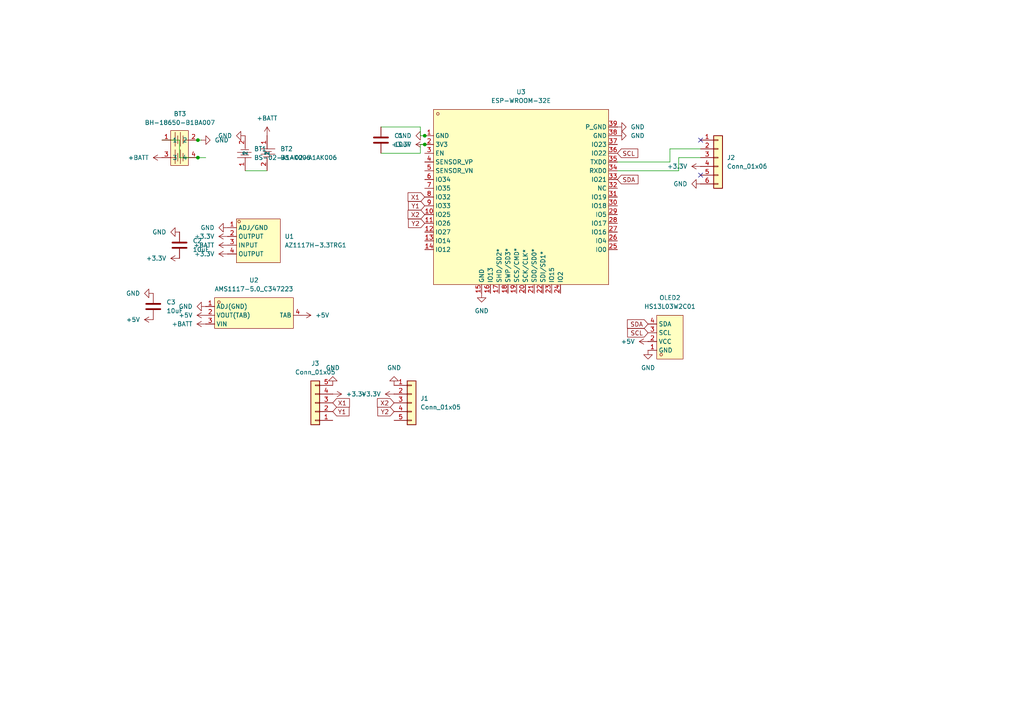
<source format=kicad_sch>
(kicad_sch (version 20231120) (generator "eeschema") (generator_version "8.0")
  (paper "A4")
  (lib_symbols
    (symbol "Connector_Generic:Conn_01x05" (pin_names (offset 1.016) hide)
      (property "Reference" "J" (at 0 7.62 0))
      (property "Value" "Conn_01x05" (at 0 -7.62 0))
      (symbol "Conn_01x05_1_1"
        (rectangle (start -1.27 -4.953) (end 0 -5.207) (stroke (width 0.1524)))
        (rectangle (start -1.27 -2.413) (end 0 -2.667) (stroke (width 0.1524)))
        (rectangle (start -1.27 0.127) (end 0 -0.127) (stroke (width 0.1524)))
        (rectangle (start -1.27 2.667) (end 0 2.413) (stroke (width 0.1524)))
        (rectangle (start -1.27 5.207) (end 0 4.953) (stroke (width 0.1524)))
        (rectangle (start -1.27 6.35) (end 1.27 -6.35) (stroke (width 0.254)) (fill (type background)))
        (pin passive line (at -5.08 5.08 0) (length 3.81) (name "Pin_1") (number "1"))
        (pin passive line (at -5.08 2.54 0) (length 3.81) (name "Pin_2") (number "2"))
        (pin passive line (at -5.08 0 0) (length 3.81) (name "Pin_3") (number "3"))
        (pin passive line (at -5.08 -2.54 0) (length 3.81) (name "Pin_4") (number "4"))
        (pin passive line (at -5.08 -5.08 0) (length 3.81) (name "Pin_5") (number "5"))
      )
    )
    (symbol "Connector_Generic:Conn_01x06" (pin_names (offset 1.016) hide)
      (property "Reference" "J" (at 0 7.62 0))
      (property "Value" "Conn_01x06" (at 0 -10.16 0))
      (symbol "Conn_01x06_1_1"
        (rectangle (start -1.27 -7.493) (end 0 -7.747) (stroke (width 0.1524)))
        (rectangle (start -1.27 -4.953) (end 0 -5.207) (stroke (width 0.1524)))
        (rectangle (start -1.27 -2.413) (end 0 -2.667) (stroke (width 0.1524)))
        (rectangle (start -1.27 0.127) (end 0 -0.127) (stroke (width 0.1524)))
        (rectangle (start -1.27 2.667) (end 0 2.413) (stroke (width 0.1524)))
        (rectangle (start -1.27 5.207) (end 0 4.953) (stroke (width 0.1524)))
        (rectangle (start -1.27 6.35) (end 1.27 -8.89) (stroke (width 0.254)) (fill (type background)))
        (pin passive line (at -5.08 5.08 0) (length 3.81) (name "Pin_1") (number "1"))
        (pin passive line (at -5.08 2.54 0) (length 3.81) (name "Pin_2") (number "2"))
        (pin passive line (at -5.08 0 0) (length 3.81) (name "Pin_3") (number "3"))
        (pin passive line (at -5.08 -2.54 0) (length 3.81) (name "Pin_4") (number "4"))
        (pin passive line (at -5.08 -5.08 0) (length 3.81) (name "Pin_5") (number "5"))
        (pin passive line (at -5.08 -7.62 0) (length 3.81) (name "Pin_6") (number "6"))
      )
    )
    (symbol "Device:C" (pin_numbers hide) (pin_names (offset 0.254))
      (property "Reference" "C" (at 0.635 2.54 0))
      (property "Value" "C" (at 0.635 -2.54 0))
      (symbol "C_0_1"
        (polyline (pts (xy -2.032 -0.762) (xy 2.032 -0.762)) (stroke (width 0.508)))
        (polyline (pts (xy -2.032 0.762) (xy 2.032 0.762)) (stroke (width 0.508)))
      )
      (symbol "C_1_1"
        (pin passive line (at 0 3.81 270) (length 2.794) (name "~") (number "1"))
        (pin passive line (at 0 -3.81 90) (length 2.794) (name "~") (number "2"))
      )
    )
    (symbol "easyeda2kicad:AMS1117-5.0_C347223"
      (property "Reference" "U" (at 0 7.62 0))
      (property "Value" "AMS1117-5.0_C347223" (at 0 -7.62 0))
      (symbol "AMS1117-5.0_C347223_0_1"
        (rectangle (start -12.7 5.08) (end 10.16 -3.81) (fill (type background)))
        (circle (center -11.43 3.81) (radius 0.38))
        (pin unspecified line (at -15.24 2.54 0) (length 2.54) (name "ADJ(GND)") (number "1"))
        (pin unspecified line (at -15.24 0 0) (length 2.54) (name "VOUT(TAB)") (number "2"))
        (pin unspecified line (at -15.24 -2.54 0) (length 2.54) (name "VIN") (number "3"))
        (pin unspecified line (at 12.7 0 180) (length 2.54) (name "TAB") (number "4"))
      )
    )
    (symbol "easyeda2kicad:AZ1117H-3.3TRG1"
      (property "Reference" "U" (at 0 8.89 0))
      (property "Value" "AZ1117H-3.3TRG1" (at 0 -8.89 0))
      (symbol "AZ1117H-3.3TRG1_0_1"
        (rectangle (start -5.08 6.35) (end 7.62 -6.35) (fill (type background)))
        (circle (center -4.32 5.59) (radius 0.38))
        (pin unspecified line (at -7.62 3.81 0) (length 2.54) (name "ADJ/GND") (number "1"))
        (pin unspecified line (at -7.62 1.27 0) (length 2.54) (name "OUTPUT") (number "2"))
        (pin unspecified line (at -7.62 -1.27 0) (length 2.54) (name "INPUT") (number "3"))
        (pin unspecified line (at -7.62 -3.81 0) (length 2.54) (name "OUTPUT") (number "4"))
      )
    )
    (symbol "easyeda2kicad:BH-18650-B1BA007"
      (property "Reference" "BT" (at 0 7.62 0))
      (property "Value" "BH-18650-B1BA007" (at 0 -7.62 0))
      (symbol "BH-18650-B1BA007_0_1"
        (polyline (pts (xy -2.54 -2.54) (xy -1.27 -2.54)))
        (polyline (pts (xy -2.54 2.54) (xy -1.27 2.54)))
        (polyline (pts (xy -1.27 -0.25) (xy -1.27 -4.32)))
        (polyline (pts (xy -1.27 4.83) (xy -1.27 0.76)))
        (polyline (pts (xy -0.51 -1.27) (xy -0.51 -3.56)))
        (polyline (pts (xy -0.51 3.81) (xy -0.51 1.52)))
        (polyline (pts (xy 0.25 -0.25) (xy 0.25 -4.32)))
        (polyline (pts (xy 0.25 4.83) (xy 0.25 0.76)))
        (polyline (pts (xy 1.02 -1.27) (xy 1.02 -3.56)))
        (polyline (pts (xy 1.02 3.81) (xy 1.02 1.52)))
        (polyline (pts (xy 2.79 -2.54) (xy 1.02 -2.54)))
        (polyline (pts (xy 2.79 2.54) (xy 1.02 2.54)))
        (polyline (pts (xy -2.54 -3.56) (xy -2.54 5.33) (xy 2.54 5.33) (xy 2.54 -3.56) (xy 2.54 -4.83) (xy -2.54 -4.83) (xy -2.54 -3.56) (xy -2.54 -3.56)) (fill (type background)))
        (pin input line (at -5.08 2.54 0) (length 2.54) (name "1") (number "1"))
        (pin input line (at 5.33 2.54 180) (length 2.54) (name "2") (number "2"))
        (pin input line (at -5.08 -2.54 0) (length 2.54) (name "3") (number "3"))
        (pin input line (at 5.33 -2.54 180) (length 2.54) (name "4") (number "4"))
      )
    )
    (symbol "easyeda2kicad:BS-02-A1AK006"
      (property "Reference" "BT" (at 0 5.08 0))
      (property "Value" "BS-02-A1AK006" (at 0 -5.08 0))
      (symbol "BS-02-A1AK006_0_1"
        (polyline (pts (xy -1.27 2.29) (xy -1.27 -1.78)))
        (polyline (pts (xy -0.51 1.27) (xy -0.51 -1.02)))
        (polyline (pts (xy 0.25 2.29) (xy 0.25 -1.78)))
        (polyline (pts (xy 1.02 1.27) (xy 1.02 -1.02)))
        (pin input line (at -5.08 0 0) (length 3.81) (name "1") (number "1"))
        (pin input line (at 5.08 0 180) (length 3.81) (name "2") (number "2"))
      )
    )
    (symbol "easyeda2kicad:ESP-WROOM-32E"
      (property "Reference" "U" (at 0 27.94 0))
      (property "Value" "ESP-WROOM-32E" (at 0 -30.48 0))
      (symbol "ESP-WROOM-32E_0_1"
        (rectangle (start -25.4 27.94) (end 25.4 -22.86) (fill (type background)))
        (circle (center -24.13 26.67) (radius 0.38))
        (pin unspecified line (at -27.94 20.32 0) (length 2.54) (name "GND") (number "1"))
        (pin unspecified line (at -27.94 -2.54 0) (length 2.54) (name "IO25") (number "10"))
        (pin unspecified line (at -27.94 -5.08 0) (length 2.54) (name "IO26") (number "11"))
        (pin unspecified line (at -27.94 -7.62 0) (length 2.54) (name "IO27") (number "12"))
        (pin unspecified line (at -27.94 -10.16 0) (length 2.54) (name "IO14") (number "13"))
        (pin unspecified line (at -27.94 -12.7 0) (length 2.54) (name "IO12") (number "14"))
        (pin unspecified line (at -11.43 -25.4 90) (length 2.54) (name "GND") (number "15"))
        (pin unspecified line (at -8.89 -25.4 90) (length 2.54) (name "IO13") (number "16"))
        (pin unspecified line (at -6.35 -25.4 90) (length 2.54) (name "SHD/SD2*") (number "17"))
        (pin unspecified line (at -3.81 -25.4 90) (length 2.54) (name "SWP/SD3*") (number "18"))
        (pin unspecified line (at -1.27 -25.4 90) (length 2.54) (name "SCS/CMD*") (number "19"))
        (pin unspecified line (at -27.94 17.78 0) (length 2.54) (name "3V3") (number "2"))
        (pin unspecified line (at 1.27 -25.4 90) (length 2.54) (name "SCK/CLK*") (number "20"))
        (pin unspecified line (at 3.81 -25.4 90) (length 2.54) (name "SDO/SD0*") (number "21"))
        (pin unspecified line (at 6.35 -25.4 90) (length 2.54) (name "SDI/SD1*") (number "22"))
        (pin unspecified line (at 8.89 -25.4 90) (length 2.54) (name "IO15") (number "23"))
        (pin unspecified line (at 11.43 -25.4 90) (length 2.54) (name "IO2") (number "24"))
        (pin unspecified line (at 27.94 -12.7 180) (length 2.54) (name "IO0") (number "25"))
        (pin unspecified line (at 27.94 -10.16 180) (length 2.54) (name "IO4") (number "26"))
        (pin unspecified line (at 27.94 -7.62 180) (length 2.54) (name "IO16") (number "27"))
        (pin unspecified line (at 27.94 -5.08 180) (length 2.54) (name "IO17") (number "28"))
        (pin unspecified line (at 27.94 -2.54 180) (length 2.54) (name "IO5") (number "29"))
        (pin unspecified line (at -27.94 15.24 0) (length 2.54) (name "EN") (number "3"))
        (pin unspecified line (at 27.94 0 180) (length 2.54) (name "IO18") (number "30"))
        (pin unspecified line (at 27.94 2.54 180) (length 2.54) (name "IO19") (number "31"))
        (pin unspecified line (at 27.94 5.08 180) (length 2.54) (name "NC") (number "32"))
        (pin unspecified line (at 27.94 7.62 180) (length 2.54) (name "IO21") (number "33"))
        (pin unspecified line (at 27.94 10.16 180) (length 2.54) (name "RXD0") (number "34"))
        (pin unspecified line (at 27.94 12.7 180) (length 2.54) (name "TXD0") (number "35"))
        (pin unspecified line (at 27.94 15.24 180) (length 2.54) (name "IO22") (number "36"))
        (pin unspecified line (at 27.94 17.78 180) (length 2.54) (name "IO23") (number "37"))
        (pin unspecified line (at 27.94 20.32 180) (length 2.54) (name "GND") (number "38"))
        (pin unspecified line (at 27.94 22.86 180) (length 2.54) (name "P_GND") (number "39"))
        (pin unspecified line (at -27.94 12.7 0) (length 2.54) (name "SENSOR_VP") (number "4"))
        (pin unspecified line (at -27.94 10.16 0) (length 2.54) (name "SENSOR_VN") (number "5"))
        (pin unspecified line (at -27.94 7.62 0) (length 2.54) (name "IO34") (number "6"))
        (pin unspecified line (at -27.94 5.08 0) (length 2.54) (name "IO35") (number "7"))
        (pin unspecified line (at -27.94 2.54 0) (length 2.54) (name "IO32") (number "8"))
        (pin unspecified line (at -27.94 0 0) (length 2.54) (name "IO33") (number "9"))
      )
    )
    (symbol "easyeda2kicad:HS13L03W2C01"
      (property "Reference" "OLED" (at 0 8.89 0))
      (property "Value" "HS13L03W2C01" (at 0 -8.89 0))
      (symbol "HS13L03W2C01_0_1"
        (rectangle (start -2.54 6.35) (end 5.08 -6.35) (fill (type background)))
        (circle (center -1.27 5.08) (radius 0.38))
        (pin unspecified line (at -5.08 3.81 0) (length 2.54) (name "GND") (number "1"))
        (pin unspecified line (at -5.08 1.27 0) (length 2.54) (name "VCC") (number "2"))
        (pin unspecified line (at -5.08 -1.27 0) (length 2.54) (name "SCL") (number "3"))
        (pin unspecified line (at -5.08 -3.81 0) (length 2.54) (name "SDA") (number "4"))
      )
    )
    (symbol "power:+3.3V" (power) (pin_numbers hide) (pin_names (offset 0) hide)
      (property "Value" "+3.3V" (at 0 3.556 0))
      (symbol "+3.3V_0_1"
        (polyline (pts (xy -0.762 1.27) (xy 0 2.54)))
        (polyline (pts (xy 0 0) (xy 0 2.54)))
        (polyline (pts (xy 0 2.54) (xy 0.762 1.27)))
      )
      (symbol "+3.3V_1_1"
        (pin power_in line (at 0 0 90) (length 0) (name "~") (number "1"))
      )
    )
    (symbol "power:+5V" (power) (pin_numbers hide) (pin_names (offset 0) hide)
      (property "Value" "+5V" (at 0 3.556 0))
      (symbol "+5V_0_1"
        (polyline (pts (xy -0.762 1.27) (xy 0 2.54)))
        (polyline (pts (xy 0 0) (xy 0 2.54)))
        (polyline (pts (xy 0 2.54) (xy 0.762 1.27)))
      )
      (symbol "+5V_1_1"
        (pin power_in line (at 0 0 90) (length 0) (name "~") (number "1"))
      )
    )
    (symbol "power:+BATT" (power) (pin_numbers hide) (pin_names (offset 0) hide)
      (property "Value" "+BATT" (at 0 3.556 0))
      (symbol "+BATT_0_1"
        (polyline (pts (xy -0.762 1.27) (xy 0 2.54)))
        (polyline (pts (xy 0 0) (xy 0 2.54)))
        (polyline (pts (xy 0 2.54) (xy 0.762 1.27)))
      )
      (symbol "+BATT_1_1"
        (pin power_in line (at 0 0 90) (length 0) (name "~") (number "1"))
      )
    )
    (symbol "power:GND" (power) (pin_numbers hide) (pin_names (offset 0) hide)
      (property "Value" "GND" (at 0 -3.81 0))
      (symbol "GND_0_1"
        (polyline (pts (xy 0 0) (xy 0 -1.27) (xy 1.27 -1.27) (xy 0 -2.54) (xy -1.27 -1.27) (xy 0 -1.27)))
      )
      (symbol "GND_1_1"
        (pin power_in line (at 0 0 270) (length 0) (name "~") (number "1"))
      )
    )
  )
  (junction (at 123.19 39.37))
  (junction (at 123.19 41.91))
  (junction (at 57.4 40.64))
  (junction (at 57.4 45.72))
  (no_connect (at 203.2 40.64))
  (no_connect (at 203.2 50.8))
  (wire (pts (xy 71.12 49.53) (xy 77.47 49.53)))
  (wire (pts (xy 121.92 44.45) (xy 121.92 41.91)))
  (wire (pts (xy 110.49 36.83) (xy 121.92 36.83)))
  (wire (pts (xy 57.15 40.64) (xy 57.4 40.64)))
  (wire (pts (xy 46.99 40.64) (xy 52.07 40.64)))
  (wire (pts (xy 121.92 39.37) (xy 123.19 39.37)))
  (wire (pts (xy 121.92 36.83) (xy 121.92 39.37)))
  (wire (pts (xy 203.2 45.72) (xy 196.85 45.72)))
  (wire (pts (xy 194.31 43.18) (xy 203.2 43.18)))
  (wire (pts (xy 194.31 46.99) (xy 194.31 43.18)))
  (wire (pts (xy 57.4 45.72) (xy 59.69 45.72)))
  (wire (pts (xy 196.85 49.53) (xy 179.07 49.53)))
  (wire (pts (xy 57.4 40.64) (xy 58.42 40.64)))
  (wire (pts (xy 52.07 40.64) (xy 52.07 45.72)))
  (wire (pts (xy 121.92 41.91) (xy 123.19 41.91)))
  (wire (pts (xy 110.49 44.45) (xy 121.92 44.45)))
  (wire (pts (xy 52.07 45.72) (xy 57.4 45.72)))
  (wire (pts (xy 179.07 46.99) (xy 194.31 46.99)))
  (wire (pts (xy 196.85 45.72) (xy 196.85 49.53)))
  (global_label "SDA" (shape input) (at 179.07 52.07 0) (property "Intersheetrefs" "${INTERSHEET_REFS}" (effects (hide yes))))
  (global_label "SCL" (shape input) (at 187.96 96.52 180) (property "Intersheetrefs" "${INTERSHEET_REFS}" (effects (hide yes))))
  (global_label "SCL" (shape input) (at 179.07 44.45 0) (property "Intersheetrefs" "${INTERSHEET_REFS}" (effects (hide yes))))
  (global_label "Y1" (shape input) (at 123.19 59.69 180) (property "Intersheetrefs" "${INTERSHEET_REFS}" (effects (hide yes))))
  (global_label "Y1" (shape input) (at 96.52 119.38 0) (property "Intersheetrefs" "${INTERSHEET_REFS}" (effects (hide yes))))
  (global_label "X2" (shape input) (at 123.19 62.23 180) (property "Intersheetrefs" "${INTERSHEET_REFS}" (effects (hide yes))))
  (global_label "Y2" (shape input) (at 123.19 64.77 180) (property "Intersheetrefs" "${INTERSHEET_REFS}" (effects (hide yes))))
  (global_label "X1" (shape input) (at 96.52 116.84 0) (property "Intersheetrefs" "${INTERSHEET_REFS}" (effects (hide yes))))
  (global_label "SDA" (shape input) (at 187.96 93.98 180) (property "Intersheetrefs" "${INTERSHEET_REFS}" (effects (hide yes))))
  (global_label "Y2" (shape input) (at 114.3 119.38 180) (property "Intersheetrefs" "${INTERSHEET_REFS}" (effects (hide yes))))
  (global_label "X2" (shape input) (at 114.3 116.84 180) (property "Intersheetrefs" "${INTERSHEET_REFS}" (effects (hide yes))))
  (global_label "X1" (shape input) (at 123.19 57.15 180) (property "Intersheetrefs" "${INTERSHEET_REFS}" (effects (hide yes))))
  (symbol (lib_id "Connector_Generic:Conn_01x05") (at 91.44 116.84 180) (unit 1)
    (property "Reference" "J3" (at 91.44 105.41 0))
    (property "Value" "Conn_01x05" (at 91.44 107.95 0))
    (property "Footprint" "Connector_PinSocket_2.54mm:PinSocket_1x05_P2.54mm_Horizontal" (effects (hide yes)))
    (property "Description" "Generic connector, single row, 01x05, script generated (kicad-library-utils/schlib/autogen/connector/)" (effects (hide yes)))
  )
  (symbol (lib_id "power:GND") (at 52.07 67.31 270) (unit 1)
    (property "Reference" "#PWR027" (effects (hide yes)))
    (property "Value" "GND" (at 48.26 67.3099 90) (effects (justify right)))
    (property "Description" "Power symbol creates a global label with name \"GND\" , ground" (effects (hide yes)))
  )
  (symbol (lib_id "power:+3.3V") (at 66.04 68.58 90) (unit 1)
    (property "Reference" "#PWR05" (effects (hide yes)))
    (property "Value" "+3.3V" (at 62.23 68.5799 90) (effects (justify left)))
    (property "Description" "Power symbol creates a global label with name \"+3.3V\"" (effects (hide yes)))
  )
  (symbol (lib_id "Device:C") (at 110.49 40.64 180) (unit 1)
    (property "Reference" "C1" (at 114.3 39.3699 0) (effects (justify right)))
    (property "Value" "10uF" (at 114.3 41.9099 0) (effects (justify right)))
    (property "Footprint" "Capacitor_SMD:C_0603_1608Metric" (effects (hide yes)))
    (property "Description" "Unpolarized capacitor" (effects (hide yes)))
    (property "LCSC" "C19702" (effects (hide yes)))
  )
  (symbol (lib_id "power:+5V") (at 187.96 99.06 90) (unit 1)
    (property "Reference" "#PWR016" (effects (hide yes)))
    (property "Value" "+5V" (at 184.15 99.0599 90) (effects (justify left)))
    (property "Description" "Power symbol creates a global label with name \"+5V\"" (effects (hide yes)))
  )
  (symbol (lib_id "power:+3.3V") (at 114.3 114.3 90) (unit 1)
    (property "Reference" "#PWR021" (effects (hide yes)))
    (property "Value" "+3.3V" (at 110.49 114.2999 90) (effects (justify left)))
    (property "Description" "Power symbol creates a global label with name \"+3.3V\"" (effects (hide yes)))
  )
  (symbol (lib_id "power:+3.3V") (at 123.19 41.91 90) (unit 1)
    (property "Reference" "#PWR012" (effects (hide yes)))
    (property "Value" "+3.3V" (at 119.38 41.9099 90) (effects (justify left)))
    (property "Description" "Power symbol creates a global label with name \"+3.3V\"" (effects (hide yes)))
  )
  (symbol (lib_id "power:+3.3V") (at 96.52 114.3 270) (unit 1)
    (property "Reference" "#PWR020" (effects (hide yes)))
    (property "Value" "+3.3V" (at 100.33 114.2999 90) (effects (justify left)))
    (property "Description" "Power symbol creates a global label with name \"+3.3V\"" (effects (hide yes)))
  )
  (symbol (lib_id "power:+BATT") (at 59.69 93.98 90) (unit 1)
    (property "Reference" "#PWR03" (effects (hide yes)))
    (property "Value" "+BATT" (at 55.88 93.9799 90) (effects (justify left)))
    (property "Description" "Power symbol creates a global label with name \"+BATT\"" (effects (hide yes)))
  )
  (symbol (lib_id "power:GND") (at 187.96 101.6 0) (unit 1)
    (property "Reference" "#PWR017" (effects (hide yes)))
    (property "Value" "GND" (at 187.96 106.68 0))
    (property "Description" "Power symbol creates a global label with name \"GND\" , ground" (effects (hide yes)))
  )
  (symbol (lib_id "Connector_Generic:Conn_01x06") (at 208.28 45.72 0) (unit 1)
    (property "Reference" "J2" (at 210.82 45.7199 0) (effects (justify left)))
    (property "Value" "Conn_01x06" (at 210.82 48.2599 0) (effects (justify left)))
    (property "Footprint" "Connector_PinSocket_2.54mm:PinSocket_1x06_P2.54mm_Vertical" (effects (hide yes)))
    (property "Description" "Generic connector, single row, 01x06, script generated (kicad-library-utils/schlib/autogen/connector/)" (effects (hide yes)))
  )
  (symbol (lib_id "power:GND") (at 44.45 85.09 270) (unit 1)
    (property "Reference" "#PWR025" (effects (hide yes)))
    (property "Value" "GND" (at 40.64 85.0899 90) (effects (justify right)))
    (property "Description" "Power symbol creates a global label with name \"GND\" , ground" (effects (hide yes)))
  )
  (symbol (lib_id "power:GND") (at 58.42 40.64 90) (unit 1)
    (property "Reference" "#PWR028" (effects (hide yes)))
    (property "Value" "GND" (at 62.23 40.6399 90) (effects (justify right)))
    (property "Description" "Power symbol creates a global label with name \"GND\" , ground" (effects (hide yes)))
  )
  (symbol (lib_id "power:GND") (at 114.3 111.76 180) (unit 1)
    (property "Reference" "#PWR023" (effects (hide yes)))
    (property "Value" "GND" (at 114.3 106.68 0))
    (property "Description" "Power symbol creates a global label with name \"GND\" , ground" (effects (hide yes)))
  )
  (symbol (lib_id "power:+3.3V") (at 66.04 73.66 90) (unit 1)
    (property "Reference" "#PWR07" (effects (hide yes)))
    (property "Value" "+3.3V" (at 62.23 73.6599 90) (effects (justify left)))
    (property "Description" "Power symbol creates a global label with name \"+3.3V\"" (effects (hide yes)))
  )
  (symbol (lib_id "power:GND") (at 96.52 111.76 180) (unit 1)
    (property "Reference" "#PWR022" (effects (hide yes)))
    (property "Value" "GND" (at 96.52 106.68 0))
    (property "Description" "Power symbol creates a global label with name \"GND\" , ground" (effects (hide yes)))
  )
  (symbol (lib_id "power:+5V") (at 87.63 91.44 270) (unit 1)
    (property "Reference" "#PWR010" (effects (hide yes)))
    (property "Value" "+5V" (at 91.44 91.4399 90) (effects (justify left)))
    (property "Description" "Power symbol creates a global label with name \"+5V\"" (effects (hide yes)))
  )
  (symbol (lib_id "power:+BATT") (at 46.99 45.72 90) (unit 1)
    (property "Reference" "#PWR029" (effects (hide yes)))
    (property "Value" "+BATT" (at 43.18 45.7199 90) (effects (justify left)))
    (property "Description" "Power symbol creates a global label with name \"+BATT\"" (effects (hide yes)))
  )
  (symbol (lib_id "power:GND") (at 71.12 39.37 270) (unit 1)
    (property "Reference" "#PWR08" (effects (hide yes)))
    (property "Value" "GND" (at 67.31 39.3699 90) (effects (justify right)))
    (property "Description" "Power symbol creates a global label with name \"GND\" , ground" (effects (hide yes)))
  )
  (symbol (lib_id "Connector_Generic:Conn_01x05") (at 119.38 116.84 0) (unit 1)
    (property "Reference" "J1" (at 121.92 115.5699 0) (effects (justify left)))
    (property "Value" "Conn_01x05" (at 121.92 118.1099 0) (effects (justify left)))
    (property "Footprint" "Connector_PinSocket_2.54mm:PinSocket_1x05_P2.54mm_Horizontal" (effects (hide yes)))
    (property "Description" "Generic connector, single row, 01x05, script generated (kicad-library-utils/schlib/autogen/connector/)" (effects (hide yes)))
  )
  (symbol (lib_id "power:+5V") (at 59.69 91.44 90) (unit 1)
    (property "Reference" "#PWR02" (effects (hide yes)))
    (property "Value" "+5V" (at 55.88 91.4399 90) (effects (justify left)))
    (property "Description" "Power symbol creates a global label with name \"+5V\"" (effects (hide yes)))
  )
  (symbol (lib_id "Device:C") (at 44.45 88.9 180) (unit 1)
    (property "Reference" "C3" (at 48.26 87.6299 0) (effects (justify right)))
    (property "Value" "10uF" (at 48.26 90.1699 0) (effects (justify right)))
    (property "Footprint" "Capacitor_SMD:C_0603_1608Metric" (effects (hide yes)))
    (property "Description" "Unpolarized capacitor" (effects (hide yes)))
    (property "LCSC" "C19702" (effects (hide yes)))
  )
  (symbol (lib_id "Device:C") (at 52.07 71.12 180) (unit 1)
    (property "Reference" "C2" (at 55.88 69.8499 0) (effects (justify right)))
    (property "Value" "10uF" (at 55.88 72.3899 0) (effects (justify right)))
    (property "Footprint" "Capacitor_SMD:C_0603_1608Metric" (effects (hide yes)))
    (property "Description" "Unpolarized capacitor" (effects (hide yes)))
    (property "LCSC" "C19702" (effects (hide yes)))
  )
  (symbol (lib_id "easyeda2kicad:HS13L03W2C01") (at 193.04 97.79 0) (mirror x) (unit 1)
    (property "Reference" "OLED2" (at 194.31 86.36 0))
    (property "Value" "HS13L03W2C01" (at 194.31 88.9 0))
    (property "Footprint" "easyeda2kicad:OLED-TH_L35.4-W33.5_HS13L03W2C01" (effects (hide yes)))
    (property "LCSC Part" "C7465997" (effects (hide yes)))
  )
  (symbol (lib_id "power:GND") (at 139.7 85.09 0) (unit 1)
    (property "Reference" "#PWR013" (effects (hide yes)))
    (property "Value" "GND" (at 139.7 90.17 0))
    (property "Description" "Power symbol creates a global label with name \"GND\" , ground" (effects (hide yes)))
  )
  (symbol (lib_id "power:GND") (at 179.07 39.37 90) (unit 1)
    (property "Reference" "#PWR015" (effects (hide yes)))
    (property "Value" "GND" (at 182.88 39.3699 90) (effects (justify right)))
    (property "Description" "Power symbol creates a global label with name \"GND\" , ground" (effects (hide yes)))
  )
  (symbol (lib_id "easyeda2kicad:BS-02-A1AK006") (at 77.47 44.45 270) (unit 1)
    (property "Reference" "BT2" (at 81.28 43.1799 90) (effects (justify left)))
    (property "Value" "BS-02-A1AK006" (at 81.28 45.7199 90) (effects (justify left)))
    (property "Footprint" "easyeda2kicad:BAT-TH_BS-02-A1AK006" (effects (hide yes)))
    (property "LCSC Part" "C964746" (effects (hide yes)))
  )
  (symbol (lib_id "easyeda2kicad:AZ1117H-3.3TRG1") (at 73.66 69.85 0) (unit 1)
    (property "Reference" "U1" (at 82.55 68.5799 0) (effects (justify left)))
    (property "Value" "AZ1117H-3.3TRG1" (at 82.55 71.1199 0) (effects (justify left)))
    (property "Footprint" "easyeda2kicad:SOT-223-3_L6.5-W3.4-P2.30-LS7.0-BR" (effects (hide yes)))
    (property "Datasheet" "https://lcsc.com/product-detail/Low-Dropout-Regulators-LDO_DIODES_AZ1117H-3-3TRG1_AZ1117H-3-3TRG1_C110474.html" (effects (hide yes)))
    (property "LCSC Part" "C110474" (effects (hide yes)))
  )
  (symbol (lib_id "easyeda2kicad:AMS1117-5.0_C347223") (at 74.93 91.44 0) (unit 1)
    (property "Reference" "U2" (at 73.66 81.28 0))
    (property "Value" "AMS1117-5.0_C347223" (at 73.66 83.82 0))
    (property "Footprint" "easyeda2kicad:SOT-223_L6.7-W3.5-P2.30-BR" (effects (hide yes)))
    (property "Datasheet" "https://lcsc.com/product-detail/Others_Youtai-Semiconductor-Co-Ltd-AMS1117-5-0_C347223.html" (effects (hide yes)))
    (property "LCSC Part" "C347223" (effects (hide yes)))
  )
  (symbol (lib_id "power:+BATT") (at 77.47 39.37 0) (unit 1)
    (property "Reference" "#PWR09" (effects (hide yes)))
    (property "Value" "+BATT" (at 77.47 34.29 0))
    (property "Description" "Power symbol creates a global label with name \"+BATT\"" (effects (hide yes)))
  )
  (symbol (lib_id "easyeda2kicad:BH-18650-B1BA007") (at 52.07 43.18 0) (unit 1)
    (property "Reference" "BT3" (at 52.195 33.02 0))
    (property "Value" "BH-18650-B1BA007" (at 52.195 35.56 0))
    (property "Footprint" "easyeda2kicad:BAT-SMD_BH-18650-B1BA007" (effects (hide yes)))
    (property "LCSC Part" "C6937126" (effects (hide yes)))
  )
  (symbol (lib_id "easyeda2kicad:ESP-WROOM-32E") (at 151.13 59.69 0) (unit 1)
    (property "Reference" "U3" (at 151.13 26.67 0))
    (property "Value" "ESP-WROOM-32E" (at 151.13 29.21 0))
    (property "Footprint" "easyeda2kicad:COMM-SMD_ESP-WROOM-32D" (effects (hide yes)))
    (property "LCSC Part" "C19949066" (effects (hide yes)))
  )
  (symbol (lib_id "power:GND") (at 59.69 88.9 270) (unit 1)
    (property "Reference" "#PWR01" (effects (hide yes)))
    (property "Value" "GND" (at 55.88 88.8999 90) (effects (justify right)))
    (property "Description" "Power symbol creates a global label with name \"GND\" , ground" (effects (hide yes)))
  )
  (symbol (lib_id "easyeda2kicad:BS-02-A1AK006") (at 71.12 44.45 90) (unit 1)
    (property "Reference" "BT1" (at 73.66 43.1799 90) (effects (justify right)))
    (property "Value" "BS-02-A1AK006" (at 73.66 45.7199 90) (effects (justify right)))
    (property "Footprint" "easyeda2kicad:BAT-TH_BS-02-A1AK006" (effects (hide yes)))
    (property "LCSC Part" "C964746" (effects (hide yes)))
  )
  (symbol (lib_id "power:+BATT") (at 66.04 71.12 90) (unit 1)
    (property "Reference" "#PWR06" (effects (hide yes)))
    (property "Value" "+BATT" (at 62.23 71.1199 90) (effects (justify left)))
    (property "Description" "Power symbol creates a global label with name \"+BATT\"" (effects (hide yes)))
  )
  (symbol (lib_id "power:+3.3V") (at 203.2 48.26 90) (unit 1)
    (property "Reference" "#PWR018" (effects (hide yes)))
    (property "Value" "+3.3V" (at 199.39 48.2599 90) (effects (justify left)))
    (property "Description" "Power symbol creates a global label with name \"+3.3V\"" (effects (hide yes)))
  )
  (symbol (lib_id "power:GND") (at 123.19 39.37 270) (unit 1)
    (property "Reference" "#PWR011" (effects (hide yes)))
    (property "Value" "GND" (at 119.38 39.3699 90) (effects (justify right)))
    (property "Description" "Power symbol creates a global label with name \"GND\" , ground" (effects (hide yes)))
  )
  (symbol (lib_id "power:GND") (at 66.04 66.04 270) (unit 1)
    (property "Reference" "#PWR04" (effects (hide yes)))
    (property "Value" "GND" (at 62.23 66.0399 90) (effects (justify right)))
    (property "Description" "Power symbol creates a global label with name \"GND\" , ground" (effects (hide yes)))
  )
  (symbol (lib_id "power:+5V") (at 44.45 92.71 90) (unit 1)
    (property "Reference" "#PWR024" (effects (hide yes)))
    (property "Value" "+5V" (at 40.64 92.7099 90) (effects (justify left)))
    (property "Description" "Power symbol creates a global label with name \"+5V\"" (effects (hide yes)))
  )
  (symbol (lib_id "power:GND") (at 179.07 36.83 90) (unit 1)
    (property "Reference" "#PWR014" (effects (hide yes)))
    (property "Value" "GND" (at 182.88 36.8299 90) (effects (justify right)))
    (property "Description" "Power symbol creates a global label with name \"GND\" , ground" (effects (hide yes)))
  )
  (symbol (lib_id "power:+3.3V") (at 52.07 74.93 90) (unit 1)
    (property "Reference" "#PWR026" (effects (hide yes)))
    (property "Value" "+3.3V" (at 48.26 74.9299 90) (effects (justify left)))
    (property "Description" "Power symbol creates a global label with name \"+3.3V\"" (effects (hide yes)))
  )
  (symbol (lib_id "power:GND") (at 203.2 53.34 270) (unit 1)
    (property "Reference" "#PWR019" (effects (hide yes)))
    (property "Value" "GND" (at 199.39 53.3399 90) (effects (justify right)))
    (property "Description" "Power symbol creates a global label with name \"GND\" , ground" (effects (hide yes)))
  )
)
</source>
